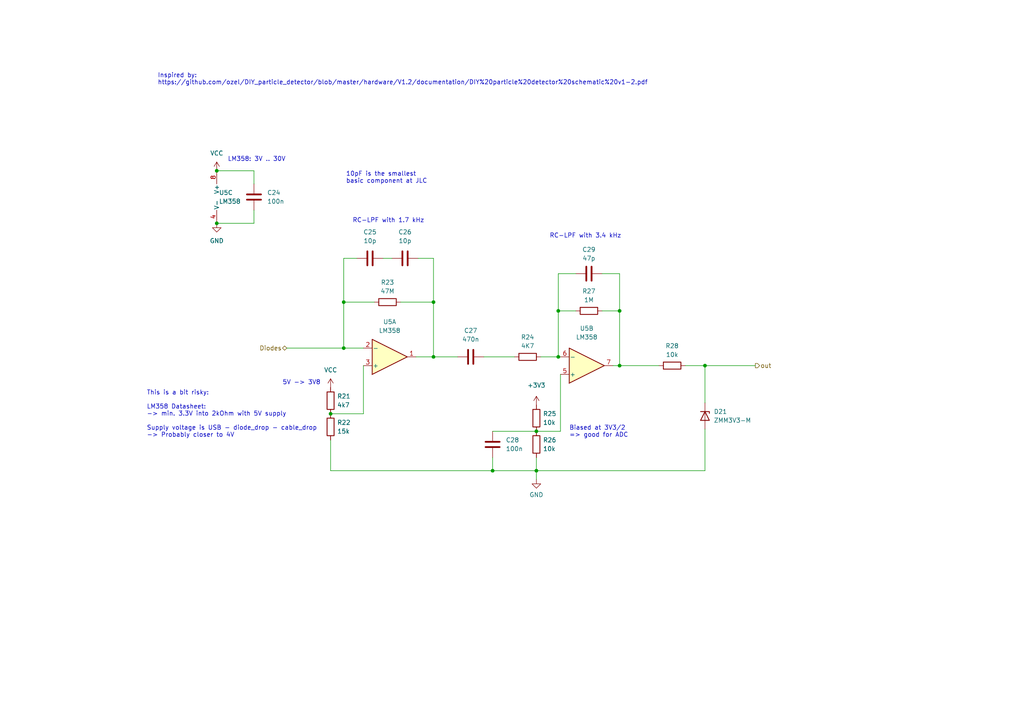
<source format=kicad_sch>
(kicad_sch (version 20230121) (generator eeschema)
  (paper "A4")
  (title_block (title "Beta Board") (date "2023-12-28") (rev "R1.0") (company "Tim Kuhlbusch") (comment 1 "Beta radiation detector"))
  (lib_symbols
    (symbol "Amplifier_Operational:LM358" (pin_names (offset 0.127))
      (property "Reference" "U" (at 0 5.08 0))
      (property "Value" "LM358" (at 0 -5.08 0))
      (symbol "LM358_1_1"
        (polyline (pts (xy -5.08 5.08) (xy 5.08 0) (xy -5.08 -5.08) (xy -5.08 5.08)) (stroke (width 0.254)) (fill (type background)))
        (pin output line (at 7.62 0 180) (length 2.54) (name "~") (number "1"))
        (pin input line (at -7.62 -2.54 0) (length 2.54) (name "-") (number "2"))
        (pin input line (at -7.62 2.54 0) (length 2.54) (name "+") (number "3"))
      )
      (symbol "LM358_2_1"
        (polyline (pts (xy -5.08 5.08) (xy 5.08 0) (xy -5.08 -5.08) (xy -5.08 5.08)) (stroke (width 0.254)) (fill (type background)))
        (pin input line (at -7.62 2.54 0) (length 2.54) (name "+") (number "5"))
        (pin input line (at -7.62 -2.54 0) (length 2.54) (name "-") (number "6"))
        (pin output line (at 7.62 0 180) (length 2.54) (name "~") (number "7"))
      )
      (symbol "LM358_3_1"
        (pin power_in line (at -2.54 -7.62 90) (length 3.81) (name "V-") (number "4"))
        (pin power_in line (at -2.54 7.62 270) (length 3.81) (name "V+") (number "8"))
      )
    )
    (symbol "Device:C" (pin_numbers hide) (pin_names (offset 0.254))
      (property "Reference" "C" (at 0.635 2.54 0))
      (property "Value" "C" (at 0.635 -2.54 0))
      (symbol "C_0_1"
        (polyline (pts (xy -2.032 -0.762) (xy 2.032 -0.762)) (stroke (width 0.508)))
        (polyline (pts (xy -2.032 0.762) (xy 2.032 0.762)) (stroke (width 0.508)))
      )
      (symbol "C_1_1"
        (pin passive line (at 0 3.81 270) (length 2.794) (name "~") (number "1"))
        (pin passive line (at 0 -3.81 90) (length 2.794) (name "~") (number "2"))
      )
    )
    (symbol "Device:R" (pin_numbers hide) (pin_names (offset 0))
      (property "Reference" "R" (at 2.032 0 90))
      (property "Value" "R" (at 0 0 90))
      (symbol "R_0_1"
        (rectangle (start -1.016 -2.54) (end 1.016 2.54) (stroke (width 0.254)))
      )
      (symbol "R_1_1"
        (pin passive line (at 0 3.81 270) (length 1.27) (name "~") (number "1"))
        (pin passive line (at 0 -3.81 90) (length 1.27) (name "~") (number "2"))
      )
    )
    (symbol "Diode:ZMMxx" (pin_numbers hide) (pin_names hide)
      (property "Reference" "D" (at 0 2.54 0))
      (property "Value" "ZMMxx" (at 0 -2.54 0))
      (symbol "ZMMxx_0_1"
        (polyline (pts (xy 1.27 0) (xy -1.27 0)))
        (polyline (pts (xy -1.27 -1.27) (xy -1.27 1.27) (xy -0.762 1.27)) (stroke (width 0.254)))
        (polyline (pts (xy 1.27 -1.27) (xy 1.27 1.27) (xy -1.27 0) (xy 1.27 -1.27)) (stroke (width 0.254)))
      )
      (symbol "ZMMxx_1_1"
        (pin passive line (at -3.81 0 0) (length 2.54) (name "K") (number "1"))
        (pin passive line (at 3.81 0 180) (length 2.54) (name "A") (number "2"))
      )
    )
    (symbol "power:+3V3" (power) (pin_names (offset 0))
      (property "Value" "+3V3" (at 0 3.556 0))
      (symbol "+3V3_0_1"
        (polyline (pts (xy -0.762 1.27) (xy 0 2.54)))
        (polyline (pts (xy 0 0) (xy 0 2.54)))
        (polyline (pts (xy 0 2.54) (xy 0.762 1.27)))
      )
      (symbol "+3V3_1_1"
        (pin power_in line (at 0 0 90) (length 0) hide (name "+3V3") (number "1"))
      )
    )
    (symbol "power:GND" (power) (pin_names (offset 0))
      (property "Value" "GND" (at 0 -3.81 0))
      (symbol "GND_0_1"
        (polyline (pts (xy 0 0) (xy 0 -1.27) (xy 1.27 -1.27) (xy 0 -2.54) (xy -1.27 -1.27) (xy 0 -1.27)))
      )
      (symbol "GND_1_1"
        (pin power_in line (at 0 0 270) (length 0) hide (name "GND") (number "1"))
      )
    )
    (symbol "power:VCC" (power) (pin_names (offset 0))
      (property "Value" "VCC" (at 0 3.81 0))
      (symbol "VCC_0_1"
        (polyline (pts (xy -0.762 1.27) (xy 0 2.54)))
        (polyline (pts (xy 0 0) (xy 0 2.54)))
        (polyline (pts (xy 0 2.54) (xy 0.762 1.27)))
      )
      (symbol "VCC_1_1"
        (pin power_in line (at 0 0 90) (length 0) hide (name "VCC") (number "1"))
      )
    )
  )
  (junction (at 155.575 125.095))
  (junction (at 142.875 136.525))
  (junction (at 62.865 49.53))
  (junction (at 161.925 103.505))
  (junction (at 125.73 87.63))
  (junction (at 99.695 100.965))
  (junction (at 161.925 90.17))
  (junction (at 179.705 90.17))
  (junction (at 155.575 136.525))
  (junction (at 204.47 106.045))
  (junction (at 95.885 120.015))
  (junction (at 125.73 103.505))
  (junction (at 179.705 106.045))
  (junction (at 99.695 87.63))
  (junction (at 62.865 64.77))
  (wire (pts (xy 62.865 49.53) (xy 73.66 49.53)))
  (wire (pts (xy 198.755 106.045) (xy 204.47 106.045)))
  (wire (pts (xy 73.66 64.77) (xy 73.66 60.96)))
  (wire (pts (xy 162.56 125.095) (xy 162.56 108.585)))
  (wire (pts (xy 179.705 79.375) (xy 179.705 90.17)))
  (wire (pts (xy 95.885 120.015) (xy 105.41 120.015)))
  (wire (pts (xy 132.715 103.505) (xy 125.73 103.505)))
  (wire (pts (xy 108.585 87.63) (xy 99.695 87.63)))
  (wire (pts (xy 155.575 125.095) (xy 162.56 125.095)))
  (wire (pts (xy 179.705 90.17) (xy 179.705 106.045)))
  (wire (pts (xy 73.66 49.53) (xy 73.66 53.34)))
  (wire (pts (xy 204.47 136.525) (xy 204.47 124.46)))
  (wire (pts (xy 103.505 74.93) (xy 99.695 74.93)))
  (wire (pts (xy 167.005 90.17) (xy 161.925 90.17)))
  (wire (pts (xy 155.575 139.065) (xy 155.575 136.525)))
  (wire (pts (xy 155.575 136.525) (xy 142.875 136.525)))
  (wire (pts (xy 155.575 136.525) (xy 204.47 136.525)))
  (wire (pts (xy 156.845 103.505) (xy 161.925 103.505)))
  (wire (pts (xy 204.47 116.84) (xy 204.47 106.045)))
  (wire (pts (xy 99.695 100.965) (xy 105.41 100.965)))
  (wire (pts (xy 174.625 79.375) (xy 179.705 79.375)))
  (wire (pts (xy 125.73 87.63) (xy 125.73 103.505)))
  (wire (pts (xy 161.925 79.375) (xy 167.005 79.375)))
  (wire (pts (xy 179.705 106.045) (xy 177.8 106.045)))
  (wire (pts (xy 155.575 136.525) (xy 155.575 132.715)))
  (wire (pts (xy 142.875 136.525) (xy 95.885 136.525)))
  (wire (pts (xy 142.875 132.715) (xy 142.875 136.525)))
  (wire (pts (xy 99.695 74.93) (xy 99.695 87.63)))
  (wire (pts (xy 161.925 103.505) (xy 162.56 103.505)))
  (wire (pts (xy 116.205 87.63) (xy 125.73 87.63)))
  (wire (pts (xy 174.625 90.17) (xy 179.705 90.17)))
  (wire (pts (xy 121.285 74.93) (xy 125.73 74.93)))
  (wire (pts (xy 120.65 103.505) (xy 125.73 103.505)))
  (wire (pts (xy 99.695 87.63) (xy 99.695 100.965)))
  (wire (pts (xy 204.47 106.045) (xy 219.075 106.045)))
  (wire (pts (xy 95.885 136.525) (xy 95.885 127.635)))
  (wire (pts (xy 179.705 106.045) (xy 191.135 106.045)))
  (wire (pts (xy 111.125 74.93) (xy 113.665 74.93)))
  (wire (pts (xy 62.865 64.77) (xy 73.66 64.77)))
  (wire (pts (xy 149.225 103.505) (xy 140.335 103.505)))
  (wire (pts (xy 142.875 125.095) (xy 155.575 125.095)))
  (wire (pts (xy 105.41 106.045) (xy 105.41 120.015)))
  (wire (pts (xy 125.73 74.93) (xy 125.73 87.63)))
  (wire (pts (xy 83.185 100.965) (xy 99.695 100.965)))
  (wire (pts (xy 161.925 90.17) (xy 161.925 103.505)))
  (wire (pts (xy 161.925 90.17) (xy 161.925 79.375)))
  (text "LM358: 3V .. 30V" (at 66.04 46.99 0) (effects (font (size 1.27 1.27)) (justify left bottom)))
  (text "RC-LPF with 3.4 kHz" (at 159.385 69.215 0) (effects (font (size 1.27 1.27)) (justify left bottom)))
  (text "Inspired by:\nhttps://github.com/ozel/DIY_particle_detector/blob/master/hardware/V1.2/documentation/DIY%20particle%20detector%20schematic%20v1-2.pdf" (at 45.72 24.765 0) (effects (font (size 1.27 1.27)) (justify left bottom)))
  (text "5V -> 3V8" (at 81.915 111.76 0) (effects (font (size 1.27 1.27)) (justify left bottom)))
  (text "RC-LPF with 1.7 kHz" (at 102.235 64.77 0) (effects (font (size 1.27 1.27)) (justify left bottom)))
  (text "10pF is the smallest\nbasic component at JLC" (at 100.33 53.34 0) (effects (font (size 1.27 1.27)) (justify left bottom)))
  (text "Biased at 3V3/2\n=> good for ADC" (at 165.1 127 0) (effects (font (size 1.27 1.27)) (justify left bottom)))
  (text "This is a bit risky:\n\nLM358 Datasheet:\n-> min. 3.3V into 2kOhm with 5V supply\n\nSupply voltage is USB - diode_drop - cable_drop\n-> Probably closer to 4V" (at 42.545 127 0) (effects (font (size 1.27 1.27)) (justify left bottom)))
  (hierarchical_label "out" (shape output) (at 219.075 106.045 0))
  (hierarchical_label "Diodes" (shape bidirectional) (at 83.185 100.965 180))
  (symbol (lib_id "Device:R") (at 112.395 87.63 270) (unit 1)
    (property "Reference" "R23" (at 112.395 81.915 90))
    (property "Value" "47M" (at 112.395 84.455 90))
    (property "Footprint" "Resistor_SMD:R_0603_1608Metric" (effects hide))
    (instances (project "betaBoard" (path "" (reference "R23") (unit 1)) (path "" (reference "R31") (unit 1)) (path "" (reference "R39") (unit 1)) (path "" (reference "R15") (unit 1))))
  )
  (symbol (lib_id "power:GND") (at 155.575 139.065 0) (unit 1)
    (property "Reference" "#PWR040" (effects hide))
    (property "Value" "GND" (at 155.575 143.51 0))
    (instances (project "betaBoard" (path "" (reference "#PWR040") (unit 1)) (path "" (reference "#PWR045") (unit 1)) (path "" (reference "#PWR050") (unit 1)) (path "" (reference "#PWR035") (unit 1))))
  )
  (symbol (lib_id "Device:C") (at 107.315 74.93 90) (unit 1)
    (property "Reference" "C25" (at 107.315 67.31 90))
    (property "Value" "10p" (at 107.315 69.85 90))
    (property "Footprint" "Capacitor_SMD:C_0603_1608Metric" (effects hide))
    (instances (project "betaBoard" (path "" (reference "C25") (unit 1)) (path "" (reference "C31") (unit 1)) (path "" (reference "C37") (unit 1)) (path "" (reference "C19") (unit 1))))
  )
  (symbol (lib_id "Amplifier_Operational:LM358") (at 113.03 103.505 0) (mirror x) (unit 1)
    (property "Reference" "U5" (at 113.03 93.345 0))
    (property "Value" "LM358" (at 113.03 95.885 0))
    (property "Footprint" "Package_SO:SOIC-8_3.9x4.9mm_P1.27mm" (effects hide))
    (property "Datasheet" "http://www.ti.com/lit/ds/symlink/lm2904-n.pdf" (effects hide))
    (instances (project "betaBoard" (path "" (reference "U5") (unit 1)) (path "" (reference "U6") (unit 1)) (path "" (reference "U7") (unit 1)) (path "" (reference "U4") (unit 1))))
  )
  (symbol (lib_id "Amplifier_Operational:LM358") (at 65.405 57.15 0) (unit 3)
    (property "Reference" "U5" (at 63.5 55.8799 0) (effects (justify left)))
    (property "Value" "LM358" (at 63.5 58.4199 0) (effects (justify left)))
    (property "Footprint" "Package_SO:SOIC-8_3.9x4.9mm_P1.27mm" (effects hide))
    (property "Datasheet" "http://www.ti.com/lit/ds/symlink/lm2904-n.pdf" (effects hide))
    (instances (project "betaBoard" (path "" (reference "U5") (unit 3)) (path "" (reference "U6") (unit 3)) (path "" (reference "U7") (unit 3)) (path "" (reference "U4") (unit 3))))
  )
  (symbol (lib_id "Device:R") (at 194.945 106.045 270) (unit 1)
    (property "Reference" "R28" (at 194.945 100.33 90))
    (property "Value" "10k" (at 194.945 102.87 90))
    (property "Footprint" "Resistor_SMD:R_0603_1608Metric" (effects hide))
    (instances (project "betaBoard" (path "" (reference "R28") (unit 1)) (path "" (reference "R36") (unit 1)) (path "" (reference "R44") (unit 1)) (path "" (reference "R20") (unit 1))))
  )
  (symbol (lib_id "Device:R") (at 95.885 116.205 0) (mirror y) (unit 1)
    (property "Reference" "R21" (at 97.79 114.9349 0) (effects (justify right)))
    (property "Value" "4k7" (at 97.79 117.4749 0) (effects (justify right)))
    (property "Footprint" "Resistor_SMD:R_0603_1608Metric" (effects hide))
    (instances (project "betaBoard" (path "" (reference "R21") (unit 1)) (path "" (reference "R29") (unit 1)) (path "" (reference "R37") (unit 1)) (path "" (reference "R13") (unit 1))))
  )
  (symbol (lib_id "Device:R") (at 153.035 103.505 270) (unit 1)
    (property "Reference" "R24" (at 153.035 97.79 90))
    (property "Value" "4K7" (at 153.035 100.33 90))
    (property "Footprint" "Resistor_SMD:R_0603_1608Metric" (effects hide))
    (instances (project "betaBoard" (path "" (reference "R24") (unit 1)) (path "" (reference "R32") (unit 1)) (path "" (reference "R40") (unit 1)) (path "" (reference "R16") (unit 1))))
  )
  (symbol (lib_id "power:VCC") (at 62.865 49.53 0) (unit 1)
    (property "Reference" "#PWR036" (effects hide))
    (property "Value" "VCC" (at 62.865 44.45 0))
    (instances (project "betaBoard" (path "" (reference "#PWR036") (unit 1)) (path "" (reference "#PWR041") (unit 1)) (path "" (reference "#PWR046") (unit 1)) (path "" (reference "#PWR031") (unit 1))))
  )
  (symbol (lib_id "Device:R") (at 155.575 121.285 180) (unit 1)
    (property "Reference" "R25" (at 157.48 120.0149 0) (effects (justify right)))
    (property "Value" "10k" (at 157.48 122.5549 0) (effects (justify right)))
    (property "Footprint" "Resistor_SMD:R_0603_1608Metric" (effects hide))
    (instances (project "betaBoard" (path "" (reference "R25") (unit 1)) (path "" (reference "R33") (unit 1)) (path "" (reference "R41") (unit 1)) (path "" (reference "R17") (unit 1))))
  )
  (symbol (lib_id "Device:R") (at 170.815 90.17 270) (unit 1)
    (property "Reference" "R27" (at 170.815 84.455 90))
    (property "Value" "1M" (at 170.815 86.995 90))
    (property "Footprint" "Resistor_SMD:R_0603_1608Metric" (effects hide))
    (instances (project "betaBoard" (path "" (reference "R27") (unit 1)) (path "" (reference "R35") (unit 1)) (path "" (reference "R43") (unit 1)) (path "" (reference "R19") (unit 1))))
  )
  (symbol (lib_id "power:VCC") (at 95.885 112.395 0) (unit 1)
    (property "Reference" "#PWR038" (effects hide))
    (property "Value" "VCC" (at 95.885 107.315 0))
    (instances (project "betaBoard" (path "" (reference "#PWR038") (unit 1)) (path "" (reference "#PWR043") (unit 1)) (path "" (reference "#PWR048") (unit 1)) (path "" (reference "#PWR033") (unit 1))))
  )
  (symbol (lib_id "Amplifier_Operational:LM358") (at 170.18 106.045 0) (mirror x) (unit 2)
    (property "Reference" "U5" (at 170.18 95.25 0))
    (property "Value" "LM358" (at 170.18 97.79 0))
    (property "Footprint" "Package_SO:SOIC-8_3.9x4.9mm_P1.27mm" (effects hide))
    (property "Datasheet" "http://www.ti.com/lit/ds/symlink/lm2904-n.pdf" (effects hide))
    (instances (project "betaBoard" (path "" (reference "U5") (unit 2)) (path "" (reference "U6") (unit 2)) (path "" (reference "U7") (unit 2)) (path "" (reference "U4") (unit 2))))
  )
  (symbol (lib_id "Diode:ZMMxx") (at 204.47 120.65 270) (unit 1)
    (property "Reference" "D21" (at 207.01 119.3799 90) (effects (justify left)))
    (property "Value" "ZMM3V3-M" (at 207.01 121.9199 90) (effects (justify left)))
    (property "Footprint" "Diode_SMD:D_MiniMELF" (effects hide))
    (property "Datasheet" "https://diotec.com/tl_files/diotec/files/pdf/datasheets/zmm1.pdf" (effects hide))
    (instances (project "betaBoard" (path "" (reference "D21") (unit 1)) (path "" (reference "D22") (unit 1)) (path "" (reference "D23") (unit 1)) (path "" (reference "D20") (unit 1))))
  )
  (symbol (lib_id "Device:R") (at 95.885 123.825 0) (mirror y) (unit 1)
    (property "Reference" "R22" (at 97.79 122.5549 0) (effects (justify right)))
    (property "Value" "15k" (at 97.79 125.0949 0) (effects (justify right)))
    (property "Footprint" "Resistor_SMD:R_0603_1608Metric" (effects hide))
    (instances (project "betaBoard" (path "" (reference "R22") (unit 1)) (path "" (reference "R30") (unit 1)) (path "" (reference "R38") (unit 1)) (path "" (reference "R14") (unit 1))))
  )
  (symbol (lib_id "Device:C") (at 117.475 74.93 90) (unit 1)
    (property "Reference" "C26" (at 117.475 67.31 90))
    (property "Value" "10p" (at 117.475 69.85 90))
    (property "Footprint" "Capacitor_SMD:C_0603_1608Metric" (effects hide))
    (instances (project "betaBoard" (path "" (reference "C26") (unit 1)) (path "" (reference "C32") (unit 1)) (path "" (reference "C38") (unit 1)) (path "" (reference "C20") (unit 1))))
  )
  (symbol (lib_id "Device:C") (at 73.66 57.15 0) (unit 1)
    (property "Reference" "C24" (at 77.47 55.8799 0) (effects (justify left)))
    (property "Value" "100n" (at 77.47 58.4199 0) (effects (justify left)))
    (property "Footprint" "Capacitor_SMD:C_0603_1608Metric" (effects hide))
    (instances (project "betaBoard" (path "" (reference "C24") (unit 1)) (path "" (reference "C30") (unit 1)) (path "" (reference "C36") (unit 1)) (path "" (reference "C18") (unit 1))))
  )
  (symbol (lib_id "power:+3V3") (at 155.575 117.475 0) (unit 1)
    (property "Reference" "#PWR039" (effects hide))
    (property "Value" "+3V3" (at 155.575 111.76 0))
    (instances (project "betaBoard" (path "" (reference "#PWR039") (unit 1)) (path "" (reference "#PWR044") (unit 1)) (path "" (reference "#PWR049") (unit 1)) (path "" (reference "#PWR034") (unit 1))))
  )
  (symbol (lib_id "Device:R") (at 155.575 128.905 180) (unit 1)
    (property "Reference" "R26" (at 157.48 127.6349 0) (effects (justify right)))
    (property "Value" "10k" (at 157.48 130.1749 0) (effects (justify right)))
    (property "Footprint" "Resistor_SMD:R_0603_1608Metric" (effects hide))
    (instances (project "betaBoard" (path "" (reference "R26") (unit 1)) (path "" (reference "R34") (unit 1)) (path "" (reference "R42") (unit 1)) (path "" (reference "R18") (unit 1))))
  )
  (symbol (lib_id "power:GND") (at 62.865 64.77 0) (unit 1)
    (property "Reference" "#PWR037" (effects hide))
    (property "Value" "GND" (at 62.865 69.85 0))
    (instances (project "betaBoard" (path "" (reference "#PWR037") (unit 1)) (path "" (reference "#PWR042") (unit 1)) (path "" (reference "#PWR047") (unit 1)) (path "" (reference "#PWR032") (unit 1))))
  )
  (symbol (lib_id "Device:C") (at 142.875 128.905 0) (unit 1)
    (property "Reference" "C28" (at 146.685 127.6349 0) (effects (justify left)))
    (property "Value" "100n" (at 146.685 130.1749 0) (effects (justify left)))
    (property "Footprint" "Capacitor_SMD:C_0603_1608Metric" (effects hide))
    (instances (project "betaBoard" (path "" (reference "C28") (unit 1)) (path "" (reference "C34") (unit 1)) (path "" (reference "C40") (unit 1)) (path "" (reference "C22") (unit 1))))
  )
  (symbol (lib_id "Device:C") (at 170.815 79.375 90) (mirror x) (unit 1)
    (property "Reference" "C29" (at 170.815 72.39 90))
    (property "Value" "47p" (at 170.815 74.93 90))
    (property "Footprint" "Capacitor_SMD:C_0603_1608Metric" (effects hide))
    (instances (project "betaBoard" (path "" (reference "C29") (unit 1)) (path "" (reference "C35") (unit 1)) (path "" (reference "C41") (unit 1)) (path "" (reference "C23") (unit 1))))
  )
  (symbol (lib_id "Device:C") (at 136.525 103.505 90) (mirror x) (unit 1)
    (property "Reference" "C27" (at 136.525 95.885 90))
    (property "Value" "470n" (at 136.525 98.425 90))
    (property "Footprint" "Capacitor_SMD:C_0603_1608Metric" (effects hide))
    (instances (project "betaBoard" (path "" (reference "C27") (unit 1)) (path "" (reference "C33") (unit 1)) (path "" (reference "C39") (unit 1)) (path "" (reference "C21") (unit 1))))
  )
)
</source>
